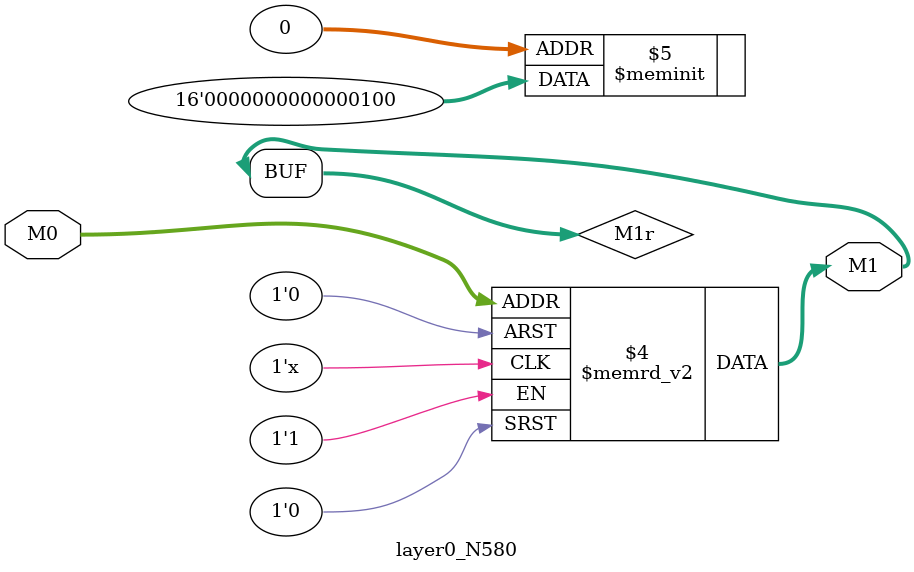
<source format=v>
module layer0_N580 ( input [2:0] M0, output [1:0] M1 );

	(*rom_style = "distributed" *) reg [1:0] M1r;
	assign M1 = M1r;
	always @ (M0) begin
		case (M0)
			3'b000: M1r = 2'b00;
			3'b100: M1r = 2'b00;
			3'b010: M1r = 2'b00;
			3'b110: M1r = 2'b00;
			3'b001: M1r = 2'b01;
			3'b101: M1r = 2'b00;
			3'b011: M1r = 2'b00;
			3'b111: M1r = 2'b00;

		endcase
	end
endmodule

</source>
